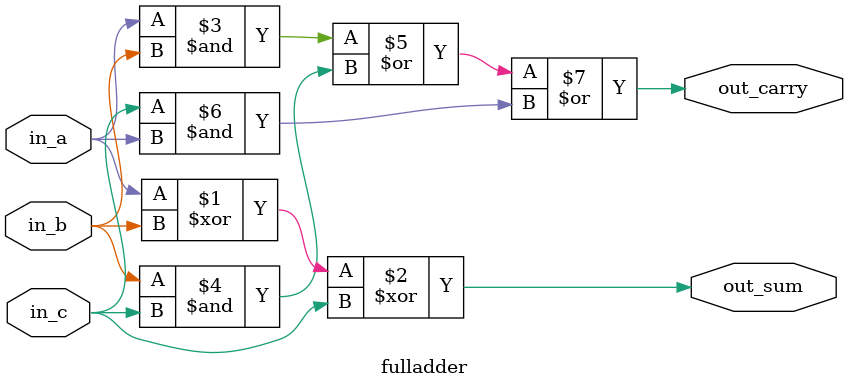
<source format=sv>
module fulladder(in_a,in_b,in_c,out_sum,out_carry) ;


input in_a,in_b,in_c;


output out_sum;
output out_carry;


assign out_sum = in_a^in_b^in_c;
assign out_carry = (in_a&in_b)|(in_b&in_c)| (in_c&in_a);

endmodule

</source>
